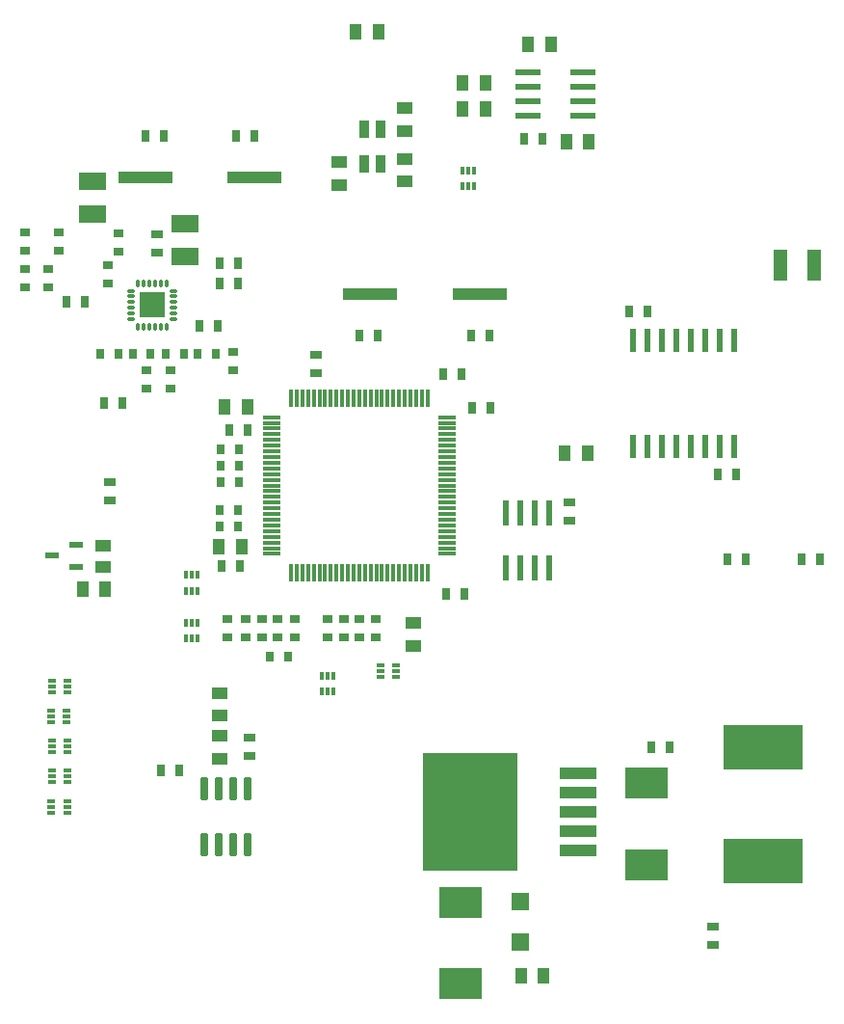
<source format=gtp>
G04*
G04 #@! TF.GenerationSoftware,Altium Limited,Altium Designer,20.0.13 (296)*
G04*
G04 Layer_Color=8421504*
%FSLAX44Y44*%
%MOMM*%
G71*
G01*
G75*
%ADD20R,1.0000X0.8000*%
%ADD21R,0.8000X1.0000*%
%ADD22R,1.4000X1.1000*%
%ADD23R,1.4000X1.0000*%
%ADD24R,0.7000X0.9000*%
%ADD25R,0.9000X0.7000*%
%ADD26R,2.2000X0.6000*%
%ADD27R,1.0000X1.4000*%
G04:AMPARAMS|DCode=28|XSize=1.97mm|YSize=0.6mm|CornerRadius=0.075mm|HoleSize=0mm|Usage=FLASHONLY|Rotation=90.000|XOffset=0mm|YOffset=0mm|HoleType=Round|Shape=RoundedRectangle|*
%AMROUNDEDRECTD28*
21,1,1.9700,0.4500,0,0,90.0*
21,1,1.8200,0.6000,0,0,90.0*
1,1,0.1500,0.2250,0.9100*
1,1,0.1500,0.2250,-0.9100*
1,1,0.1500,-0.2250,-0.9100*
1,1,0.1500,-0.2250,0.9100*
%
%ADD28ROUNDEDRECTD28*%
%ADD29R,4.8000X1.1000*%
%ADD30R,2.4000X1.5000*%
G04:AMPARAMS|DCode=31|XSize=0.28mm|YSize=0.69mm|CornerRadius=0.07mm|HoleSize=0mm|Usage=FLASHONLY|Rotation=180.000|XOffset=0mm|YOffset=0mm|HoleType=Round|Shape=RoundedRectangle|*
%AMROUNDEDRECTD31*
21,1,0.2800,0.5500,0,0,180.0*
21,1,0.1400,0.6900,0,0,180.0*
1,1,0.1400,-0.0700,0.2750*
1,1,0.1400,0.0700,0.2750*
1,1,0.1400,0.0700,-0.2750*
1,1,0.1400,-0.0700,-0.2750*
%
%ADD31ROUNDEDRECTD31*%
G04:AMPARAMS|DCode=32|XSize=0.28mm|YSize=0.69mm|CornerRadius=0.07mm|HoleSize=0mm|Usage=FLASHONLY|Rotation=270.000|XOffset=0mm|YOffset=0mm|HoleType=Round|Shape=RoundedRectangle|*
%AMROUNDEDRECTD32*
21,1,0.2800,0.5500,0,0,270.0*
21,1,0.1400,0.6900,0,0,270.0*
1,1,0.1400,-0.2750,-0.0700*
1,1,0.1400,-0.2750,0.0700*
1,1,0.1400,0.2750,0.0700*
1,1,0.1400,0.2750,-0.0700*
%
%ADD32ROUNDEDRECTD32*%
%ADD33R,2.2860X2.2860*%
%ADD34R,0.6000X2.2000*%
%ADD35R,0.9000X1.5000*%
%ADD36R,1.1000X1.4000*%
G04:AMPARAMS|DCode=37|XSize=0.75mm|YSize=0.35mm|CornerRadius=0.014mm|HoleSize=0mm|Usage=FLASHONLY|Rotation=0.000|XOffset=0mm|YOffset=0mm|HoleType=Round|Shape=RoundedRectangle|*
%AMROUNDEDRECTD37*
21,1,0.7500,0.3220,0,0,0.0*
21,1,0.7220,0.3500,0,0,0.0*
1,1,0.0280,0.3610,-0.1610*
1,1,0.0280,-0.3610,-0.1610*
1,1,0.0280,-0.3610,0.1610*
1,1,0.0280,0.3610,0.1610*
%
%ADD37ROUNDEDRECTD37*%
G04:AMPARAMS|DCode=38|XSize=0.75mm|YSize=0.35mm|CornerRadius=0.014mm|HoleSize=0mm|Usage=FLASHONLY|Rotation=270.000|XOffset=0mm|YOffset=0mm|HoleType=Round|Shape=RoundedRectangle|*
%AMROUNDEDRECTD38*
21,1,0.7500,0.3220,0,0,270.0*
21,1,0.7220,0.3500,0,0,270.0*
1,1,0.0280,-0.1610,-0.3610*
1,1,0.0280,-0.1610,0.3610*
1,1,0.0280,0.1610,0.3610*
1,1,0.0280,0.1610,-0.3610*
%
%ADD38ROUNDEDRECTD38*%
%ADD39R,1.1500X2.7000*%
%ADD40R,3.2000X1.0500*%
%ADD41R,8.3000X10.4500*%
%ADD42R,3.8100X2.7940*%
%ADD43R,7.0000X4.0000*%
%ADD44R,1.5000X1.5000*%
%ADD45R,0.6000X2.0600*%
G04:AMPARAMS|DCode=46|XSize=1.56mm|YSize=0.28mm|CornerRadius=0.035mm|HoleSize=0mm|Usage=FLASHONLY|Rotation=270.000|XOffset=0mm|YOffset=0mm|HoleType=Round|Shape=RoundedRectangle|*
%AMROUNDEDRECTD46*
21,1,1.5600,0.2100,0,0,270.0*
21,1,1.4900,0.2800,0,0,270.0*
1,1,0.0700,-0.1050,-0.7450*
1,1,0.0700,-0.1050,0.7450*
1,1,0.0700,0.1050,0.7450*
1,1,0.0700,0.1050,-0.7450*
%
%ADD46ROUNDEDRECTD46*%
G04:AMPARAMS|DCode=47|XSize=1.56mm|YSize=0.28mm|CornerRadius=0.035mm|HoleSize=0mm|Usage=FLASHONLY|Rotation=0.000|XOffset=0mm|YOffset=0mm|HoleType=Round|Shape=RoundedRectangle|*
%AMROUNDEDRECTD47*
21,1,1.5600,0.2100,0,0,0.0*
21,1,1.4900,0.2800,0,0,0.0*
1,1,0.0700,0.7450,-0.1050*
1,1,0.0700,-0.7450,-0.1050*
1,1,0.0700,-0.7450,0.1050*
1,1,0.0700,0.7450,0.1050*
%
%ADD47ROUNDEDRECTD47*%
G04:AMPARAMS|DCode=48|XSize=1.23mm|YSize=0.59mm|CornerRadius=0.1475mm|HoleSize=0mm|Usage=FLASHONLY|Rotation=180.000|XOffset=0mm|YOffset=0mm|HoleType=Round|Shape=RoundedRectangle|*
%AMROUNDEDRECTD48*
21,1,1.2300,0.2950,0,0,180.0*
21,1,0.9350,0.5900,0,0,180.0*
1,1,0.2950,-0.4675,0.1475*
1,1,0.2950,0.4675,0.1475*
1,1,0.2950,0.4675,-0.1475*
1,1,0.2950,-0.4675,-0.1475*
%
%ADD48ROUNDEDRECTD48*%
D20*
X726500Y59250D02*
D03*
Y75250D02*
D03*
X195750Y465500D02*
D03*
Y449500D02*
D03*
X319000Y225000D02*
D03*
Y241000D02*
D03*
X599750Y447750D02*
D03*
Y431750D02*
D03*
X377250Y560750D02*
D03*
Y576750D02*
D03*
X238000Y682750D02*
D03*
Y666750D02*
D03*
D21*
X322750Y769500D02*
D03*
X306750D02*
D03*
X227250Y769250D02*
D03*
X243250D02*
D03*
X206750Y534500D02*
D03*
X190750D02*
D03*
X820000Y397487D02*
D03*
X804000D02*
D03*
X671750Y232500D02*
D03*
X687750D02*
D03*
X739000Y397500D02*
D03*
X755000D02*
D03*
X730500Y471750D02*
D03*
X746500D02*
D03*
X576250Y766500D02*
D03*
X560250D02*
D03*
X668750Y615250D02*
D03*
X652750D02*
D03*
X240750Y212000D02*
D03*
X256750D02*
D03*
X292500Y639500D02*
D03*
X308500D02*
D03*
X292750Y657250D02*
D03*
X308750D02*
D03*
X275250Y602500D02*
D03*
X291250D02*
D03*
X505250Y559750D02*
D03*
X489250D02*
D03*
X514250Y530500D02*
D03*
X530250D02*
D03*
X491500Y366750D02*
D03*
X507500D02*
D03*
X316750Y510750D02*
D03*
X300750D02*
D03*
X310000Y391250D02*
D03*
X294000D02*
D03*
X514000Y594250D02*
D03*
X530000D02*
D03*
X431750D02*
D03*
X415750D02*
D03*
X158000Y623250D02*
D03*
X174000D02*
D03*
D22*
X190000Y390750D02*
D03*
Y409750D02*
D03*
D23*
X462750Y321500D02*
D03*
Y341500D02*
D03*
X292750Y280000D02*
D03*
Y260000D02*
D03*
Y222250D02*
D03*
Y242250D02*
D03*
X398000Y746250D02*
D03*
Y726250D02*
D03*
X455500Y749250D02*
D03*
Y729250D02*
D03*
Y773750D02*
D03*
Y793750D02*
D03*
D24*
X352750Y311750D02*
D03*
X336750D02*
D03*
X309000Y441000D02*
D03*
X293000D02*
D03*
X308750Y426000D02*
D03*
X292750D02*
D03*
X309250Y493750D02*
D03*
X293250D02*
D03*
X309250Y465500D02*
D03*
X293250D02*
D03*
X309250Y479750D02*
D03*
X293250D02*
D03*
X232000Y578250D02*
D03*
X216000D02*
D03*
X187750D02*
D03*
X203750D02*
D03*
X289500D02*
D03*
X273500D02*
D03*
X245250D02*
D03*
X261250D02*
D03*
D25*
X299250Y344750D02*
D03*
Y328750D02*
D03*
X204000Y683500D02*
D03*
Y667500D02*
D03*
X304500Y579500D02*
D03*
Y563500D02*
D03*
X194750Y655500D02*
D03*
Y639500D02*
D03*
X151250Y684250D02*
D03*
Y668250D02*
D03*
X141500Y652500D02*
D03*
Y636500D02*
D03*
X122000Y668250D02*
D03*
Y684250D02*
D03*
X121750Y636500D02*
D03*
Y652500D02*
D03*
X387250Y344750D02*
D03*
Y328750D02*
D03*
X401435Y344750D02*
D03*
Y328750D02*
D03*
X315500Y344750D02*
D03*
Y328750D02*
D03*
X329500Y344750D02*
D03*
Y328750D02*
D03*
X343750Y344750D02*
D03*
Y328750D02*
D03*
X358250Y344750D02*
D03*
Y328750D02*
D03*
X415500Y344750D02*
D03*
Y328750D02*
D03*
X429500Y344750D02*
D03*
Y328750D02*
D03*
X249500Y547750D02*
D03*
Y563750D02*
D03*
X228000Y547750D02*
D03*
Y563750D02*
D03*
D26*
X611750Y786700D02*
D03*
Y799400D02*
D03*
Y812100D02*
D03*
Y824800D02*
D03*
X563750Y786700D02*
D03*
Y799400D02*
D03*
Y812100D02*
D03*
Y824800D02*
D03*
D27*
X597250Y764500D02*
D03*
X617250D02*
D03*
X297000Y531500D02*
D03*
X317000D02*
D03*
X312000Y408500D02*
D03*
X292000D02*
D03*
X557250Y31750D02*
D03*
X577250D02*
D03*
X506250Y816000D02*
D03*
X526250D02*
D03*
X506250Y792500D02*
D03*
X526250D02*
D03*
X432250Y860500D02*
D03*
X412250D02*
D03*
X563500Y850000D02*
D03*
X583500D02*
D03*
X615750Y490500D02*
D03*
X595750D02*
D03*
D28*
X279450Y146500D02*
D03*
X292150D02*
D03*
X304850D02*
D03*
X317550D02*
D03*
Y196000D02*
D03*
X304850D02*
D03*
X292150D02*
D03*
X279450D02*
D03*
D29*
X227250Y733000D02*
D03*
X323250D02*
D03*
X425000Y630250D02*
D03*
X521000D02*
D03*
D30*
X180750Y729750D02*
D03*
Y700750D02*
D03*
X262250Y692000D02*
D03*
Y663000D02*
D03*
D31*
X220750Y601800D02*
D03*
X225750D02*
D03*
X245750D02*
D03*
X240750D02*
D03*
X230750D02*
D03*
X235750D02*
D03*
Y639700D02*
D03*
X230750D02*
D03*
X240750D02*
D03*
X245750D02*
D03*
X225750D02*
D03*
X220750D02*
D03*
D32*
X214300Y608250D02*
D03*
Y613250D02*
D03*
Y633250D02*
D03*
Y628250D02*
D03*
Y618250D02*
D03*
Y623250D02*
D03*
X252200Y608250D02*
D03*
Y613250D02*
D03*
Y633250D02*
D03*
Y628250D02*
D03*
Y618250D02*
D03*
Y623250D02*
D03*
D33*
X233250Y620750D02*
D03*
D34*
X543950Y390250D02*
D03*
X556650D02*
D03*
X569350D02*
D03*
X582050D02*
D03*
X543950Y438250D02*
D03*
X556650D02*
D03*
X569350D02*
D03*
X582050D02*
D03*
D35*
X420000Y744500D02*
D03*
X434000D02*
D03*
Y775500D02*
D03*
X420000D02*
D03*
D36*
X172750Y371250D02*
D03*
X191750D02*
D03*
D37*
X434100Y304250D02*
D03*
Y299250D02*
D03*
Y294250D02*
D03*
X447900D02*
D03*
Y299250D02*
D03*
Y304250D02*
D03*
X158900Y281000D02*
D03*
Y286000D02*
D03*
Y291000D02*
D03*
X145100D02*
D03*
Y286000D02*
D03*
Y281000D02*
D03*
X158650Y175000D02*
D03*
Y180000D02*
D03*
Y185000D02*
D03*
X144850D02*
D03*
Y180000D02*
D03*
Y175000D02*
D03*
X158400Y254750D02*
D03*
Y259750D02*
D03*
Y264750D02*
D03*
X144600D02*
D03*
Y259750D02*
D03*
Y254750D02*
D03*
X159150Y201750D02*
D03*
Y206750D02*
D03*
Y211750D02*
D03*
X145350D02*
D03*
Y206750D02*
D03*
Y201750D02*
D03*
X158900Y228500D02*
D03*
Y233500D02*
D03*
Y238500D02*
D03*
X145100D02*
D03*
Y233500D02*
D03*
Y228500D02*
D03*
D38*
X392500Y295400D02*
D03*
X387500D02*
D03*
X382500D02*
D03*
Y281600D02*
D03*
X387500D02*
D03*
X392500D02*
D03*
X263250Y369750D02*
D03*
X268250D02*
D03*
X273250D02*
D03*
Y383550D02*
D03*
X268250D02*
D03*
X263250D02*
D03*
X515750Y738750D02*
D03*
X510750D02*
D03*
X505750D02*
D03*
Y724950D02*
D03*
X510750D02*
D03*
X515750D02*
D03*
X273000Y341650D02*
D03*
X268000D02*
D03*
X263000D02*
D03*
Y327850D02*
D03*
X268000D02*
D03*
X273000D02*
D03*
D39*
X785250Y656000D02*
D03*
X815250D02*
D03*
D40*
X607500Y141500D02*
D03*
Y158500D02*
D03*
Y175500D02*
D03*
Y192500D02*
D03*
Y209500D02*
D03*
D41*
X513000Y175500D02*
D03*
D42*
X668000Y129315D02*
D03*
Y200685D02*
D03*
X504500Y96185D02*
D03*
Y24815D02*
D03*
D43*
X769750Y232750D02*
D03*
Y132750D02*
D03*
D44*
X557000Y61750D02*
D03*
Y96750D02*
D03*
D45*
X656050Y589650D02*
D03*
X668750D02*
D03*
X681450D02*
D03*
X694150D02*
D03*
X706850D02*
D03*
X719550D02*
D03*
X732250D02*
D03*
X744950D02*
D03*
Y496850D02*
D03*
X732250D02*
D03*
X719550D02*
D03*
X706850D02*
D03*
X694150D02*
D03*
X681450D02*
D03*
X668750D02*
D03*
X656050D02*
D03*
D46*
X475250Y385450D02*
D03*
X470250D02*
D03*
X465250D02*
D03*
X460250D02*
D03*
X455250D02*
D03*
X450250D02*
D03*
X445250D02*
D03*
X440250D02*
D03*
X435250D02*
D03*
X430250D02*
D03*
X425250D02*
D03*
X420250D02*
D03*
X415250D02*
D03*
X410250D02*
D03*
X405250D02*
D03*
X400250D02*
D03*
X395250D02*
D03*
X390250D02*
D03*
X385250D02*
D03*
X380250D02*
D03*
X375250D02*
D03*
X370250D02*
D03*
X365250D02*
D03*
X360250D02*
D03*
X355250D02*
D03*
Y539050D02*
D03*
X360250D02*
D03*
X365250D02*
D03*
X370250D02*
D03*
X375250D02*
D03*
X380250D02*
D03*
X385250D02*
D03*
X390250D02*
D03*
X395250D02*
D03*
X400250D02*
D03*
X405250D02*
D03*
X410250D02*
D03*
X415250D02*
D03*
X420250D02*
D03*
X425250D02*
D03*
X430250D02*
D03*
X435250D02*
D03*
X440250D02*
D03*
X445250D02*
D03*
X450250D02*
D03*
X455250D02*
D03*
X460250D02*
D03*
X465250D02*
D03*
X470250D02*
D03*
X475250D02*
D03*
D47*
X492050Y522250D02*
D03*
Y517250D02*
D03*
Y512250D02*
D03*
Y507250D02*
D03*
Y502250D02*
D03*
Y497250D02*
D03*
Y492250D02*
D03*
Y487250D02*
D03*
Y482250D02*
D03*
Y477250D02*
D03*
Y472250D02*
D03*
Y467250D02*
D03*
Y462250D02*
D03*
Y457250D02*
D03*
Y452250D02*
D03*
Y447250D02*
D03*
Y442250D02*
D03*
Y437250D02*
D03*
Y432250D02*
D03*
Y427250D02*
D03*
Y422250D02*
D03*
Y417250D02*
D03*
Y412250D02*
D03*
Y407250D02*
D03*
Y402250D02*
D03*
X338450D02*
D03*
Y407250D02*
D03*
Y412250D02*
D03*
Y417250D02*
D03*
Y422250D02*
D03*
Y427250D02*
D03*
Y432250D02*
D03*
Y437250D02*
D03*
Y442250D02*
D03*
Y447250D02*
D03*
Y452250D02*
D03*
Y457250D02*
D03*
Y462250D02*
D03*
Y467250D02*
D03*
Y472250D02*
D03*
Y477250D02*
D03*
Y482250D02*
D03*
Y487250D02*
D03*
Y492250D02*
D03*
Y497250D02*
D03*
Y502250D02*
D03*
Y507250D02*
D03*
Y512250D02*
D03*
Y517250D02*
D03*
Y522250D02*
D03*
D48*
X145650Y400500D02*
D03*
X166850Y410000D02*
D03*
Y391000D02*
D03*
M02*

</source>
